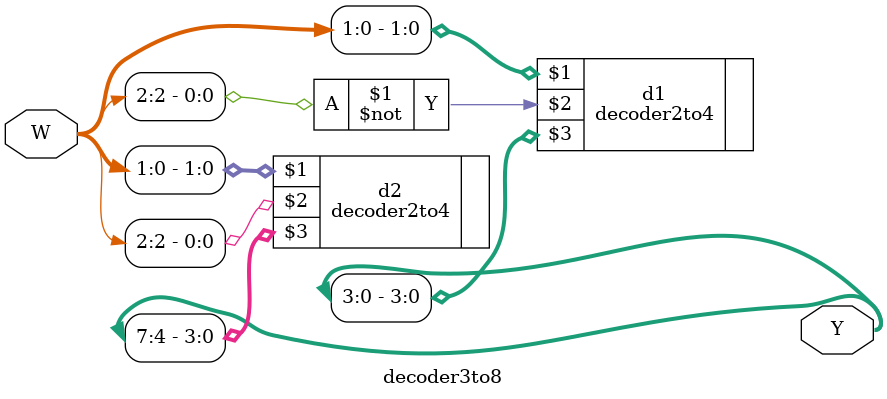
<source format=v>
`include "d24.v"

module decoder3to8(input [2:0]W, output [7:0]Y);

decoder2to4 d1(W[1:0], ~W[2], Y[3:0]);
decoder2to4 d2(W[1:0], W[2], Y[7:4]);

endmodule

</source>
